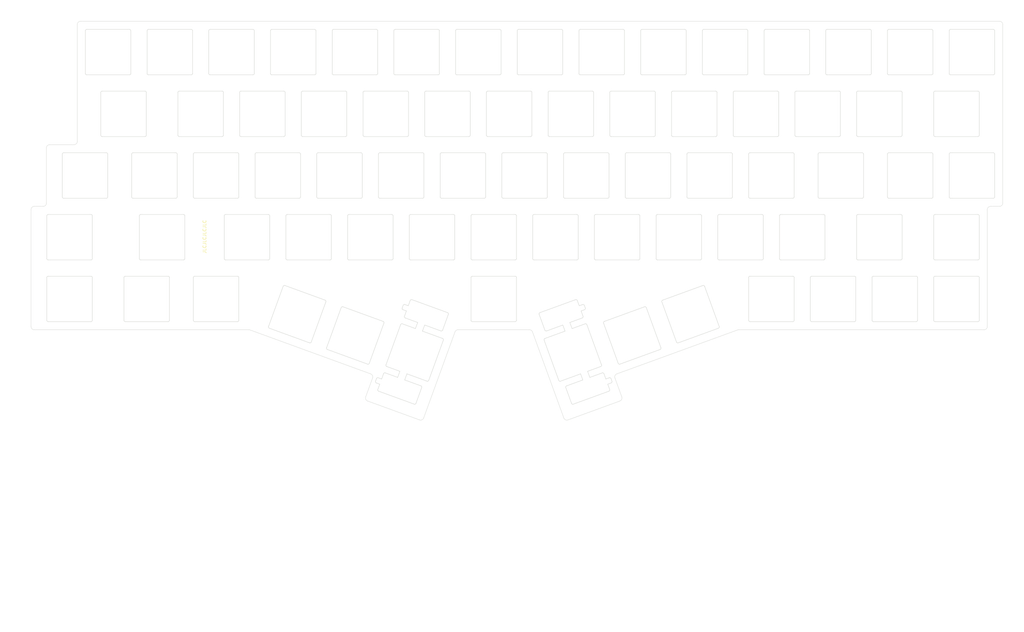
<source format=kicad_pcb>
(kicad_pcb (version 20241229) (generator "pcbnew") (generator_version "9.0")
  (layers (0 "F.Cu" signal) (2 "B.Cu" signal) (13 "F.Paste" user) (15 "B.Paste" user) (5 "F.SilkS" user "F.Silkscreen") (7 "B.SilkS" user "B.Silkscreen") (1 "F.Mask" user) (3 "B.Mask" user) (25 "Edge.Cuts" user))
  (net 0 "")
  (footprint "tmr-lib:Switch_Cutout" (layer "F.Cu") (at 256.5 19))
  (footprint "tmr-lib:Switch_Cutout" (layer "F.Cu") (at 19 0))
  (footprint "tmr-lib:Switch_Cutout_2u" (layer "F.Cu") (at 113.4 92.5 70))
  (footprint "tmr-lib:Switch_Cutout" (layer "F.Cu") (at 213.75 57))
  (footprint "tmr-lib:Switch_Cutout" (layer "F.Cu") (at 180.4 87.25 20))
  (footprint "tmr-lib:Switch_Cutout" (layer "F.Cu") (at 95.1 87.25 -20))
  (footprint "tmr-lib:Switch_Cutout" (layer "F.Cu") (at 47.5 19))
  (footprint "tmr-lib:MountingHole_1.8mm_M1.6_NoPad" (layer "F.Cu") (at 28.5 8.93))
  (footprint "tmr-lib:Switch_Cutout" (layer "F.Cu") (at 285 0))
  (footprint "tmr-lib:Switch_Cutout" (layer "F.Cu") (at 57 0))
  (footprint "tmr-lib:Dummy" (layer "F.Cu") (at 232.75 80))
  (footprint "tmr-lib:Switch_Cutout" (layer "F.Cu") (at 137.75 57))
  (footprint "tmr-lib:Switch_Cutout" (layer "F.Cu") (at 90.25 38))
  (footprint "tmr-lib:Switch_Cutout" (layer "F.Cu") (at 80.75 57))
  (footprint "tmr-lib:Switch_Cutout" (layer "F.Cu") (at 166.25 38))
  (footprint "tmr-lib:Switch_Cutout" (layer "F.Cu") (at 256.5 57))
  (footprint "tmr-lib:Switch_Cutout" (layer "F.Cu") (at 223.25 38))
  (footprint "tmr-lib:MountingHole_1.8mm_M1.6_NoPad" (layer "F.Cu") (at 95 27.93))
  (footprint "tmr-lib:Switch_Cutout" (layer "F.Cu") (at 147.25 38))
  (footprint "tmr-lib:Switch_Cutout" (layer "F.Cu") (at 52.25 76))
  (footprint "tmr-lib:Switch_Cutout" (layer "F.Cu") (at 156.75 57))
  (footprint "tmr-lib:Switch_Cutout" (layer "F.Cu") (at 128.25 38))
  (footprint "tmr-lib:Switch_Cutout_1.25u" (layer "F.Cu") (at 7.125 76))
  (footprint "tmr-lib:Switch_Cutout" (layer "F.Cu") (at 77.225 80.7 -20))
  (footprint "tmr-lib:MountingHole_1.8mm_M1.6_NoPad" (layer "F.Cu") (at 86.355 83.6))
  (footprint "tmr-lib:Switch_Cutout" (layer "F.Cu") (at 118.75 57))
  (footprint "tmr-lib:Switch_Cutout" (layer "F.Cu") (at 198.35 80.7 20))
  (footprint "tmr-lib:Switch_Cutout" (layer "F.Cu") (at 266 0))
  (footprint "tmr-lib:Switch_Cutout" (layer "F.Cu") (at 142.5 19))
  (footprint "tmr-lib:Switch_Cutout" (layer "F.Cu") (at 261.25 76))
  (footprint "tmr-lib:Switch_Cutout" (layer "F.Cu") (at 280.25 19))
  (footprint "tmr-lib:Switch_Cutout" (layer "F.Cu") (at 228 0))
  (footprint "tmr-lib:Switch_Cutout" (layer "F.Cu") (at 223.25 76))
  (footprint "tmr-lib:Switch_Cutout" (layer "F.Cu") (at 66.5 19))
  (footprint "tmr-lib:Switch_Cutout" (layer "F.Cu") (at 194.75 57))
  (footprint "tmr-lib:Switch_Cutout" (layer "F.Cu") (at 204.25 38))
  (footprint "tmr-lib:Switch_Cutout" (layer "F.Cu") (at 38 0))
  (footprint "tmr-lib:MountingHole_1.8mm_M1.6_NoPad" (layer "F.Cu") (at 189.145 83.6))
  (footprint "tmr-lib:Switch_Cutout" (layer "F.Cu") (at 180.5 19))
  (footprint "tmr-lib:Switch_Cutout_1.25u" (layer "F.Cu") (at 30.875 76))
  (footprint "tmr-lib:Switch_Cutout" (layer "F.Cu") (at 99.75 57))
  (footprint "tmr-lib:Switch_Cutout" (layer "F.Cu") (at 218.5 19))
  (footprint "tmr-lib:Switch_Cutout" (layer "F.Cu") (at 95 0))
  (footprint "tmr-lib:Switch_Cutout" (layer "F.Cu") (at 137.75 76))
  (footprint "tmr-lib:MountingHole_1.8mm_M1.6_NoPad" (layer "F.Cu") (at 137.75 46.93))
  (footprint "tmr-lib:MountingHole_1.8mm_M1.6_NoPad" (layer "F.Cu") (at 268.375 64.599999))
  (footprint "tmr-lib:Switch_Cutout" (layer "F.Cu") (at 152 0))
  (footprint "tmr-lib:Switch_Cutout" (layer "F.Cu") (at 61.75 57))
  (footprint "tmr-lib:Dummy" (layer "F.Cu") (at -4.5 -3 -90))
  (footprint "tmr-lib:Switch_Cutout" (layer "F.Cu") (at 242.25 76))
  (footprint "tmr-lib:Switch_Cutout" (layer "F.Cu") (at 185.25 38))
  (footprint "tmr-lib:Switch_Cutout" (layer "F.Cu") (at 23.75 19))
  (footprint "tmr-lib:Dummy" (layer "F.Cu") (at 19.59375 80))
  (footprint "tmr-lib:Switch_Cutout_1.25u" (layer "F.Cu") (at 11.875 38))
  (footprint "tmr-lib:MountingHole_1.8mm_M1.6_NoPad" (layer "F.Cu") (at 19 73))
  (footprint "tmr-lib:Switch_Cutout" (layer "F.Cu") (at 190 0))
  (footprint "tmr-lib:Switch_Cutout_1.75u" (layer "F.Cu") (at 35.625 57))
  (footprint "tmr-lib:Switch_Cutout" (layer "F.Cu") (at 52.25 38))
  (footprint "tmr-lib:Switch_Cutout_1.25u" (layer "F.Cu") (at 244.625 38))
  (footprint "tmr-lib:Switch_Cutout" (layer "F.Cu") (at 33.25 38))
  (footprint "tmr-lib:Switch_Cutout" (layer "F.Cu") (at 285 38))
  (footprint "tmr-lib:Switch_Cutout" (layer "F.Cu") (at 123.5 19))
  (footprint "tmr-lib:Switch_Cutout_2u" (layer "F.Cu") (at 162.1 92.5 -70))
  (footprint "tmr-lib:Switch_Cutout" (layer "F.Cu") (at 280.25 57))
  (footprint "tmr-lib:Switch_Cutout" (layer "F.Cu") (at 133 0))
  (footprint "tmr-lib:Switch_Cutout" (layer "F.Cu") (at 175.75 57))
  (footprint "tmr-lib:JLC_Order_Num" (layer "F.Cu") (at 48.8 56.75 90))
  (footprint "tmr-lib:Switch_Cutout" (layer "F.Cu") (at 161.5 19))
  (footprint "tmr-lib:Switch_Cutout" (layer "F.Cu") (at 247 0))
  (footprint "tmr-lib:Switch_Cutout" (layer "F.Cu") (at 209 0))
  (footprint "tmr-lib:Switch_Cutout" (layer "F.Cu") (at 71.25 38))
  (footprint "tmr-lib:MountingHole_1.8mm_M1.6_NoPad" (layer "F.Cu") (at 209 27.93))
  (footprint "tmr-lib:Switch_Cutout_1.25u" (layer "F.Cu") (at 7.125 57))
  (footprint "tmr-lib:Switch_Cutout" (layer "F.Cu") (at 232.75 57))
  (footprint "tmr-lib:Switch_Cutout" (layer "F.Cu") (at 266 38))
  (footprint "tmr-lib:Switch_Cutout" (layer "F.Cu") (at 114 0))
  (footprint "tmr-lib:Switch_Cutout" (layer "F.Cu") (at 104.5 19))
  (footprint "tmr-lib:MountingHole_1.8mm_M1.6_NoPad" (layer "F.Cu") (at 275.5 8.93))
  (footprint "tmr-lib:MountingHole_1.8mm_M1.6_NoPad" (layer "F.Cu") (at 142.5 8.93))
  (footprint "tmr-lib:Switch_Cutout" (layer "F.Cu") (at 199.5 19))
  (footprint "tmr-lib:Switch_Cutout" (layer "F.Cu") (at 76 0))
  (footprint "tmr-lib:Switch_Cutout" (layer "F.Cu") (at 171 0))
  (footprint "tmr-lib:Switch_Cutout" (layer "F.Cu") (at 109.25 38))
  (footprint "tmr-lib:Switch_Cutout" (layer "F.Cu") (at 85.5 19))
  (footprint "tmr-lib:Switch_Cutout" (layer "F.Cu") (at 237.5 19))
  (footprint "tmr-lib:Switch_Cutout" (layer "F.Cu") (at 280.25 76))
  (gr_arc (start 175.071671 100.363208) (mid 175.105053 99.598572) (end 175.669349 99.081511) (stroke (width 0.1)) (layer "Edge.Cuts"))
  (gr_line (start 160.611011 113.261331) (end 176.585822 107.446961) (stroke (width 0.1)) (layer "Edge.Cuts"))
  (gr_arc (start -4.75 48.5) (mid -4.457107 47.792893) (end -3.75 47.5) (stroke (width 0.1)) (layer "Edge.Cuts"))
  (gr_line (start 177.183451 106.165263) (end 175.071671 100.363208) (stroke (width 0.1)) (layer "Edge.Cuts"))
  (gr_arc (start -3.75 85.5) (mid -4.457107 85.207107) (end -4.75 84.5) (stroke (width 0.1)) (layer "Edge.Cuts"))
  (gr_line (start 294.5 46.5) (end 294.5 -8.5) (stroke (width 0.1)) (layer "Edge.Cuts"))
  (gr_line (start -3.75 47.5) (end -1 47.5) (stroke (width 0.1)) (layer "Edge.Cuts"))
  (gr_line (start 114.888989 113.261331) (end 98.914178 107.446961) (stroke (width 0.1)) (layer "Edge.Cuts"))
  (gr_arc (start 160.611011 113.261331) (mid 159.846375 113.228018) (end 159.329324 112.663728) (stroke (width 0.1)) (layer "Edge.Cuts"))
  (gr_line (start 137.75 85.5) (end 148.742304 85.5) (stroke (width 0.1)) (layer "Edge.Cuts"))
  (gr_arc (start 98.914178 107.446961) (mid 98.349894 106.929895) (end 98.316549 106.165263) (stroke (width 0.1)) (layer "Edge.Cuts"))
  (gr_line (start 289.75 84.5) (end 289.75 48.5) (stroke (width 0.1)) (layer "Edge.Cuts"))
  (gr_arc (start 293.5 -9.5) (mid 294.207107 -9.207107) (end 294.5 -8.5) (stroke (width 0.1)) (layer "Edge.Cuts"))
  (gr_arc (start 0 46.5) (mid -0.292893 47.207107) (end -1 47.5) (stroke (width 0.1)) (layer "Edge.Cuts"))
  (gr_line (start 293.5 -9.5) (end 10.5 -9.5) (stroke (width 0.1)) (layer "Edge.Cuts"))
  (gr_arc (start 177.183451 106.165263) (mid 177.150089 106.929872) (end 176.585822 107.446961) (stroke (width 0.1)) (layer "Edge.Cuts"))
  (gr_line (start 125.818003 86.157979) (end 116.170676 112.663728) (stroke (width 0.1)) (layer "Edge.Cuts"))
  (gr_line (start 175.669349 99.081511) (end 212.818553 85.560275) (stroke (width 0.1)) (layer "Edge.Cuts"))
  (gr_arc (start 289.75 48.5) (mid 290.042893 47.792893) (end 290.75 47.5) (stroke (width 0.1)) (layer "Edge.Cuts"))
  (gr_arc (start 9.5 27.5) (mid 9.207107 28.207107) (end 8.5 28.5) (stroke (width 0.1)) (layer "Edge.Cuts"))
  (gr_arc (start 125.818003 86.157979) (mid 126.184119 85.680846) (end 126.757696 85.5) (stroke (width 0.1)) (layer "Edge.Cuts"))
  (gr_line (start 99.830651 99.081511) (end 62.681447 85.560275) (stroke (width 0.1)) (layer "Edge.Cuts"))
  (gr_arc (start 9.5 -8.5) (mid 9.792893 -9.207107) (end 10.5 -9.5) (stroke (width 0.1)) (layer "Edge.Cuts"))
  (gr_line (start 9.5 -8.5) (end 9.5 27.5) (stroke (width 0.1)) (layer "Edge.Cuts"))
  (gr_arc (start 116.170676 112.663728) (mid 115.653616 113.22801) (end 114.888989 113.261331) (stroke (width 0.1)) (layer "Edge.Cuts"))
  (gr_arc (start 99.830651 99.081511) (mid 100.394972 99.598569) (end 100.428329 100.363208) (stroke (width 0.1)) (layer "Edge.Cuts"))
  (gr_line (start 290.75 47.5) (end 293.5 47.5) (stroke (width 0.1)) (layer "Edge.Cuts"))
  (gr_line (start 1 28.5) (end 8.5 28.5) (stroke (width 0.1)) (layer "Edge.Cuts"))
  (gr_line (start -4.75 84.5) (end -4.75 48.5) (stroke (width 0.1)) (layer "Edge.Cuts"))
  (gr_line (start 137.75 85.5) (end 126.757696 85.5) (stroke (width 0.1)) (layer "Edge.Cuts"))
  (gr_line (start 98.316549 106.165263) (end 100.428329 100.363208) (stroke (width 0.1)) (layer "Edge.Cuts"))
  (gr_arc (start 212.818553 85.560275) (mid 212.986926 85.515159) (end 213.160579 85.5) (stroke (width 0.1)) (layer "Edge.Cuts"))
  (gr_arc (start 148.742304 85.5) (mid 149.315881 85.680848) (end 149.681997 86.157979) (stroke (width 0.1)) (layer "Edge.Cuts"))
  (gr_arc (start 0 29.5) (mid 0.292893 28.792893) (end 1 28.5) (stroke (width 0.1)) (layer "Edge.Cuts"))
  (gr_arc (start 289.75 84.5) (mid 289.457107 85.207107) (end 288.75 85.5) (stroke (width 0.1)) (layer "Edge.Cuts"))
  (gr_arc (start 294.5 46.5) (mid 294.207107 47.207107) (end 293.5 47.5) (stroke (width 0.1)) (layer "Edge.Cuts"))
  (gr_line (start 0 46.5) (end 0 29.5) (stroke (width 0.1)) (layer "Edge.Cuts"))
  (gr_arc (start 62.339421 85.5) (mid 62.513073 85.515161) (end 62.681447 85.560275) (stroke (width 0.1)) (layer "Edge.Cuts"))
  (gr_line (start 213.160579 85.5) (end 288.75 85.5) (stroke (width 0.1)) (layer "Edge.Cuts"))
  (gr_line (start 62.339421 85.5) (end -3.75 85.5) (stroke (width 0.1)) (layer "Edge.Cuts"))
  (gr_line (start 149.681997 86.157979) (end 159.329324 112.663728) (stroke (width 0.1)) (layer "Edge.Cuts"))
)
</source>
